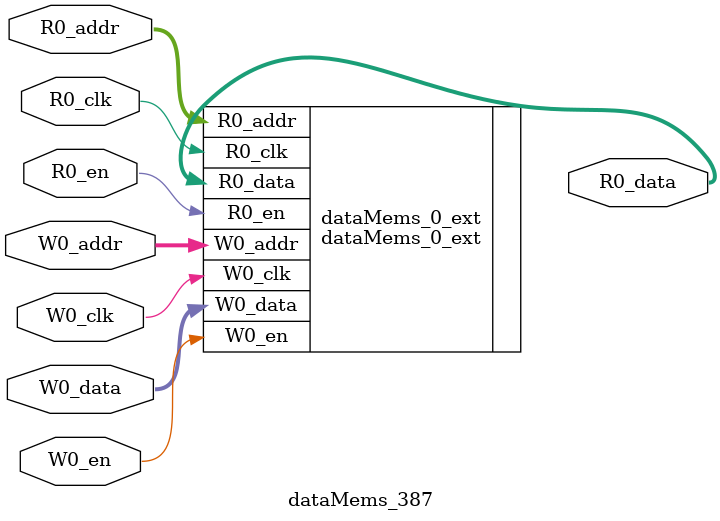
<source format=sv>
`ifndef RANDOMIZE
  `ifdef RANDOMIZE_REG_INIT
    `define RANDOMIZE
  `endif // RANDOMIZE_REG_INIT
`endif // not def RANDOMIZE
`ifndef RANDOMIZE
  `ifdef RANDOMIZE_MEM_INIT
    `define RANDOMIZE
  `endif // RANDOMIZE_MEM_INIT
`endif // not def RANDOMIZE

`ifndef RANDOM
  `define RANDOM $random
`endif // not def RANDOM

// Users can define 'PRINTF_COND' to add an extra gate to prints.
`ifndef PRINTF_COND_
  `ifdef PRINTF_COND
    `define PRINTF_COND_ (`PRINTF_COND)
  `else  // PRINTF_COND
    `define PRINTF_COND_ 1
  `endif // PRINTF_COND
`endif // not def PRINTF_COND_

// Users can define 'ASSERT_VERBOSE_COND' to add an extra gate to assert error printing.
`ifndef ASSERT_VERBOSE_COND_
  `ifdef ASSERT_VERBOSE_COND
    `define ASSERT_VERBOSE_COND_ (`ASSERT_VERBOSE_COND)
  `else  // ASSERT_VERBOSE_COND
    `define ASSERT_VERBOSE_COND_ 1
  `endif // ASSERT_VERBOSE_COND
`endif // not def ASSERT_VERBOSE_COND_

// Users can define 'STOP_COND' to add an extra gate to stop conditions.
`ifndef STOP_COND_
  `ifdef STOP_COND
    `define STOP_COND_ (`STOP_COND)
  `else  // STOP_COND
    `define STOP_COND_ 1
  `endif // STOP_COND
`endif // not def STOP_COND_

// Users can define INIT_RANDOM as general code that gets injected into the
// initializer block for modules with registers.
`ifndef INIT_RANDOM
  `define INIT_RANDOM
`endif // not def INIT_RANDOM

// If using random initialization, you can also define RANDOMIZE_DELAY to
// customize the delay used, otherwise 0.002 is used.
`ifndef RANDOMIZE_DELAY
  `define RANDOMIZE_DELAY 0.002
`endif // not def RANDOMIZE_DELAY

// Define INIT_RANDOM_PROLOG_ for use in our modules below.
`ifndef INIT_RANDOM_PROLOG_
  `ifdef RANDOMIZE
    `ifdef VERILATOR
      `define INIT_RANDOM_PROLOG_ `INIT_RANDOM
    `else  // VERILATOR
      `define INIT_RANDOM_PROLOG_ `INIT_RANDOM #`RANDOMIZE_DELAY begin end
    `endif // VERILATOR
  `else  // RANDOMIZE
    `define INIT_RANDOM_PROLOG_
  `endif // RANDOMIZE
`endif // not def INIT_RANDOM_PROLOG_

// Include register initializers in init blocks unless synthesis is set
`ifndef SYNTHESIS
  `ifndef ENABLE_INITIAL_REG_
    `define ENABLE_INITIAL_REG_
  `endif // not def ENABLE_INITIAL_REG_
`endif // not def SYNTHESIS

// Include rmemory initializers in init blocks unless synthesis is set
`ifndef SYNTHESIS
  `ifndef ENABLE_INITIAL_MEM_
    `define ENABLE_INITIAL_MEM_
  `endif // not def ENABLE_INITIAL_MEM_
`endif // not def SYNTHESIS

module dataMems_387(	// @[generators/ara/src/main/scala/UnsafeAXI4ToTL.scala:365:62]
  input  [4:0]  R0_addr,
  input         R0_en,
  input         R0_clk,
  output [66:0] R0_data,
  input  [4:0]  W0_addr,
  input         W0_en,
  input         W0_clk,
  input  [66:0] W0_data
);

  dataMems_0_ext dataMems_0_ext (	// @[generators/ara/src/main/scala/UnsafeAXI4ToTL.scala:365:62]
    .R0_addr (R0_addr),
    .R0_en   (R0_en),
    .R0_clk  (R0_clk),
    .R0_data (R0_data),
    .W0_addr (W0_addr),
    .W0_en   (W0_en),
    .W0_clk  (W0_clk),
    .W0_data (W0_data)
  );
endmodule


</source>
